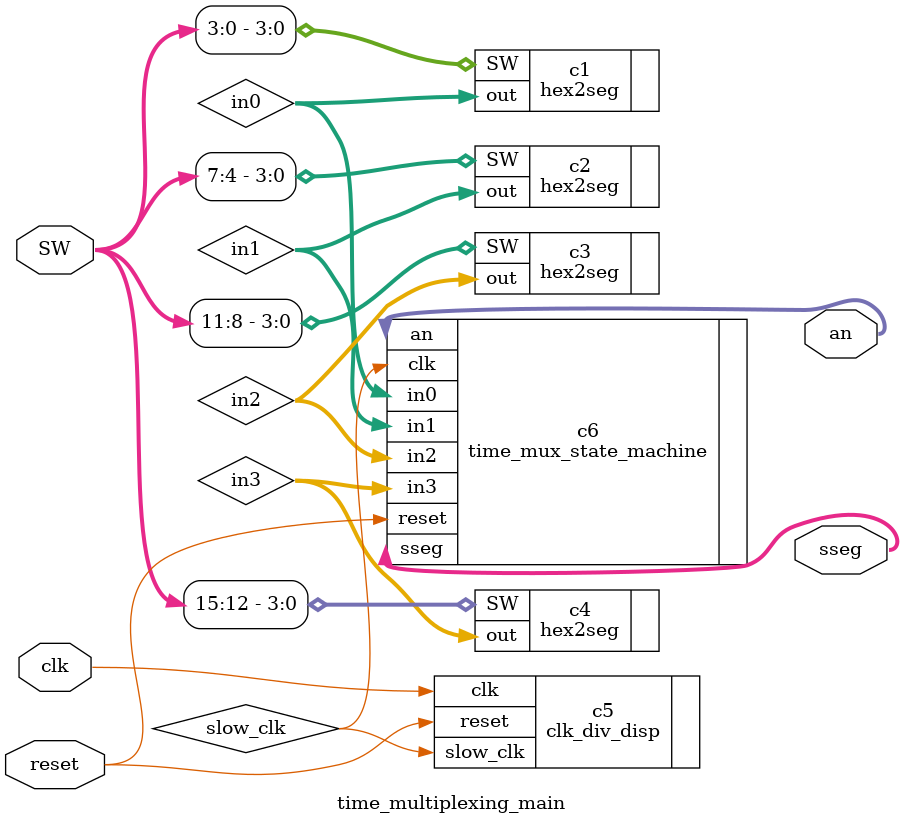
<source format=v>
`timescale 1ns / 1ps


module time_multiplexing_main(
    input clk,
    input reset,
    input [15:0] SW,
    output [3:0] an,
    output [6:0] sseg
    );
    
    wire [6:0] in0, in1, in2, in3;
    wire slow_clk;
    
    //Module instantiation of hex2seg decoder
    hex2seg c1 (.SW(SW[3:0]), .out(in0));
    hex2seg c2 (.SW(SW[7:4]), .out(in1));
    hex2seg c3 (.SW(SW[11:8]), .out(in2));
    hex2seg c4 (.SW(SW[15:12]), .out(in3));
    
    //Module instantiation of the clock divider
    clk_div_disp c5 (.clk(clk), .reset(reset), .slow_clk(slow_clk));
    
    time_mux_state_machine c6(
    .clk (slow_clk),
    .reset (reset),
    .in0 (in0),
    .in1 (in1),
    .in2 (in2),
    .in3 (in3),
    .an (an),
    .sseg (sseg)
    );
endmodule

</source>
